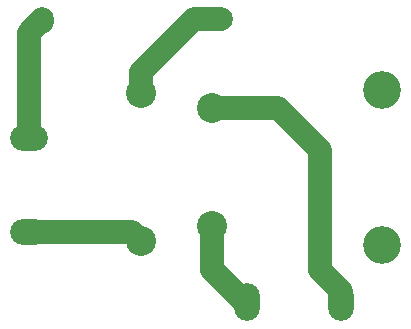
<source format=gbr>
G04 #@! TF.GenerationSoftware,KiCad,Pcbnew,(5.1.0)-1*
G04 #@! TF.CreationDate,2019-06-01T21:15:29-04:00*
G04 #@! TF.ProjectId,power,706f7765-722e-46b6-9963-61645f706362,rev?*
G04 #@! TF.SameCoordinates,Original*
G04 #@! TF.FileFunction,Copper,L2,Bot*
G04 #@! TF.FilePolarity,Positive*
%FSLAX46Y46*%
G04 Gerber Fmt 4.6, Leading zero omitted, Abs format (unit mm)*
G04 Created by KiCad (PCBNEW (5.1.0)-1) date 2019-06-01 21:15:29*
%MOMM*%
%LPD*%
G04 APERTURE LIST*
%ADD10O,3.200000X2.200000*%
%ADD11O,2.200000X3.200000*%
%ADD12C,2.540000*%
%ADD13C,3.200000*%
%ADD14C,2.000000*%
%ADD15C,2.000000*%
G04 APERTURE END LIST*
D10*
X80010000Y-62080000D03*
X80010000Y-70000000D03*
D11*
X98529000Y-75946000D03*
X106449000Y-75946000D03*
D12*
X89540501Y-70770000D03*
X89540501Y-58270000D03*
X95540501Y-59520000D03*
X95540501Y-69520000D03*
D13*
X109940501Y-71070000D03*
X109940501Y-57970000D03*
D14*
X96330000Y-52000000D03*
X81170000Y-52000000D03*
D15*
X88770501Y-70000000D02*
X89540501Y-70770000D01*
X80010000Y-70000000D02*
X88770501Y-70000000D01*
X95540501Y-73188501D02*
X95540501Y-69520000D01*
X98298000Y-75946000D02*
X95540501Y-73188501D01*
X104648000Y-73215500D02*
X106449000Y-75016500D01*
X104648000Y-63055500D02*
X104648000Y-73215500D01*
X95540501Y-59520000D02*
X101112500Y-59520000D01*
X106449000Y-75016500D02*
X106449000Y-75946000D01*
X101112500Y-59520000D02*
X104648000Y-63055500D01*
X94014450Y-52000000D02*
X96330000Y-52000000D01*
X89540501Y-58270000D02*
X89540501Y-56473949D01*
X89540501Y-56473949D02*
X94014450Y-52000000D01*
X80010000Y-53160000D02*
X80010000Y-62080000D01*
X81170000Y-52250000D02*
X81170000Y-52000000D01*
X81170000Y-52000000D02*
X80010000Y-53160000D01*
M02*

</source>
